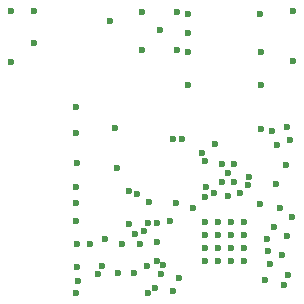
<source format=gbl>
G04 Layer_Physical_Order=4*
G04 Layer_Color=16711680*
%FSLAX43Y43*%
%MOMM*%
G71*
G01*
G75*
%ADD81C,0.600*%
D81*
X12225Y8250D02*
D03*
X19975Y9000D02*
D03*
X17750Y9025D02*
D03*
X21625Y8050D02*
D03*
X9650Y2225D02*
D03*
X8300Y2775D02*
D03*
X11475Y4625D02*
D03*
X12925Y4850D02*
D03*
X6100Y16250D02*
D03*
Y500D02*
D03*
Y6600D02*
D03*
Y8125D02*
D03*
Y9450D02*
D03*
Y14025D02*
D03*
X10575Y6325D02*
D03*
Y9150D02*
D03*
X11275Y8875D02*
D03*
X17025Y11700D02*
D03*
X14300Y13575D02*
D03*
X12750Y950D02*
D03*
X12175Y525D02*
D03*
X2550Y21650D02*
D03*
X550Y20100D02*
D03*
X2550Y24400D02*
D03*
X550Y24425D02*
D03*
X24450Y20175D02*
D03*
X24425Y24400D02*
D03*
X13175Y22750D02*
D03*
X14625Y21125D02*
D03*
X11650D02*
D03*
X14625Y24300D02*
D03*
X11650D02*
D03*
X14000Y6650D02*
D03*
X14529Y8179D02*
D03*
X13300Y2125D02*
D03*
X20600Y9625D02*
D03*
X20725Y10375D02*
D03*
X19450Y9925D02*
D03*
X22975Y9750D02*
D03*
X8550Y5075D02*
D03*
X7250Y4650D02*
D03*
X7925Y2125D02*
D03*
X9925Y4625D02*
D03*
X11050Y5525D02*
D03*
X12175Y6450D02*
D03*
X11850Y5725D02*
D03*
X12925Y6425D02*
D03*
X15050Y13575D02*
D03*
X17825Y13150D02*
D03*
X18900Y8700D02*
D03*
X17025Y8675D02*
D03*
X24050Y2050D02*
D03*
X23475Y3700D02*
D03*
X21700Y18100D02*
D03*
X24225Y13450D02*
D03*
X23926Y14601D02*
D03*
X22651Y14251D02*
D03*
X21700Y14425D02*
D03*
X23101Y13051D02*
D03*
X23825Y11375D02*
D03*
X16735Y12400D02*
D03*
X23350Y7725D02*
D03*
X17050Y9475D02*
D03*
X8975Y23525D02*
D03*
X19450Y11425D02*
D03*
X18450D02*
D03*
Y9925D02*
D03*
X18950Y10675D02*
D03*
X15575Y22525D02*
D03*
Y18100D02*
D03*
X13425Y2875D02*
D03*
X17000Y6500D02*
D03*
X18100D02*
D03*
X19200D02*
D03*
X20300D02*
D03*
X17000Y5400D02*
D03*
X18100D02*
D03*
X19200D02*
D03*
X20300D02*
D03*
X19200Y4300D02*
D03*
X6200Y1575D02*
D03*
X6125Y4650D02*
D03*
Y2750D02*
D03*
X12100Y2825D02*
D03*
X12900Y3250D02*
D03*
X10975Y2250D02*
D03*
X14801Y1775D02*
D03*
X15575Y20900D02*
D03*
Y24175D02*
D03*
X21675D02*
D03*
X21775Y20925D02*
D03*
X16000Y7700D02*
D03*
X6125Y11550D02*
D03*
X9400Y14475D02*
D03*
X9575Y11075D02*
D03*
X14325Y675D02*
D03*
X23650Y1175D02*
D03*
X22051Y1650D02*
D03*
X23975Y5375D02*
D03*
X24375Y6950D02*
D03*
X22850Y6100D02*
D03*
X22275Y5100D02*
D03*
X22325Y4100D02*
D03*
X20300Y3200D02*
D03*
Y4300D02*
D03*
X19200Y3200D02*
D03*
X18100D02*
D03*
Y4300D02*
D03*
X17000Y3200D02*
D03*
Y4300D02*
D03*
X22500Y2975D02*
D03*
M02*

</source>
